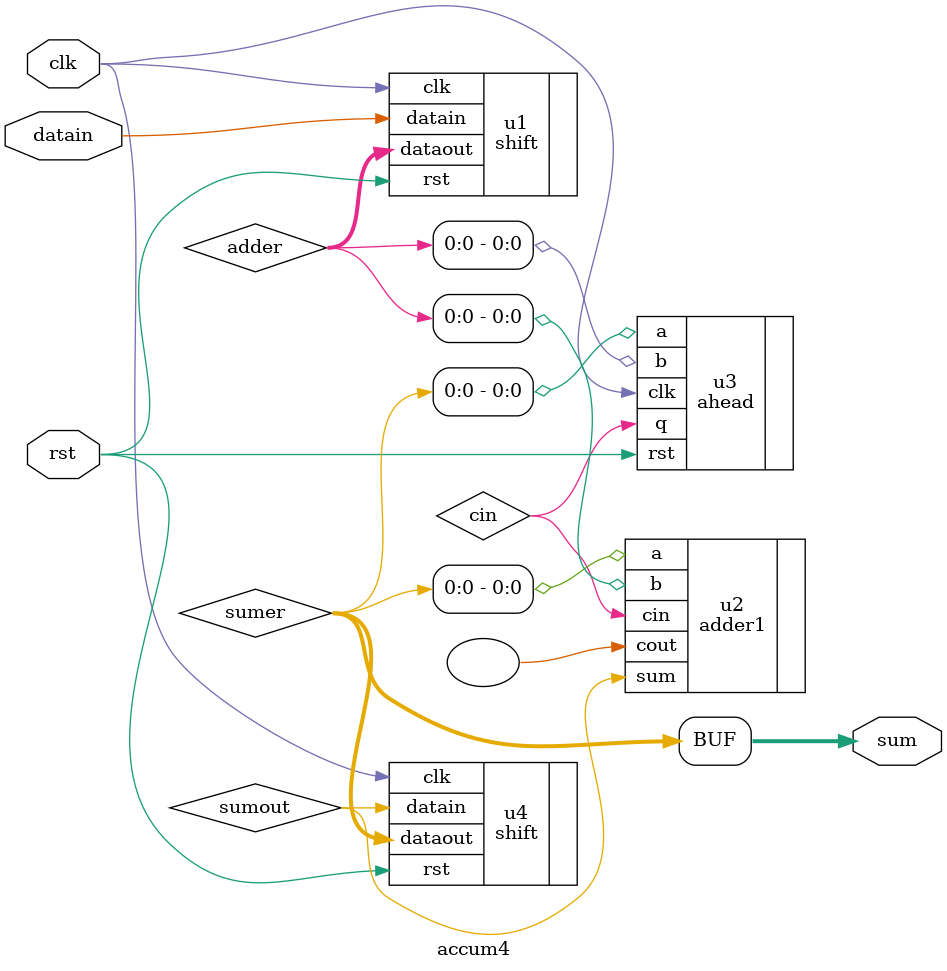
<source format=v>
module accum4
(
input wire datain,     //数据输入
input wire clk,rst,    //脉冲和输入信号
output wire [3:0] sum  //累加结果
);

wire [3:0] adder;      //寄存器1，存储输入加数内容
wire [3:0] sumer;      //寄存器2，存储被加数内容
wire cin;              //全加器超前进位信号
wire sumout;           //全加器输出

assign sum = sumer;    //累加结果输出

shift u1               //移位寄存器，把数据存入加数寄存器
(
.clk(clk),           
.rst(rst),			 
.datain(datain),  
.dataout(adder) 	
);

adder1 u2              //全加器，两个寄存器的最低位相加，进位由超前进位逻辑输出
(
.a(sumer[0]),           
.b(adder[0]),
.cin(cin),
.sum(sumout),     
.cout()
);

ahead u3              //超前进位逻辑，产生进位信号
(
.a(sumer[0]),.b(adder[0]),.clk(clk),.rst(rst),
.q(cin)
);

shift u4              //移位寄存器，将全加器结果存入被加数寄存器
(
.clk(clk),           
.rst(rst),			  
.datain(sumout),  
.dataout(sumer) 	  
);

endmodule

</source>
